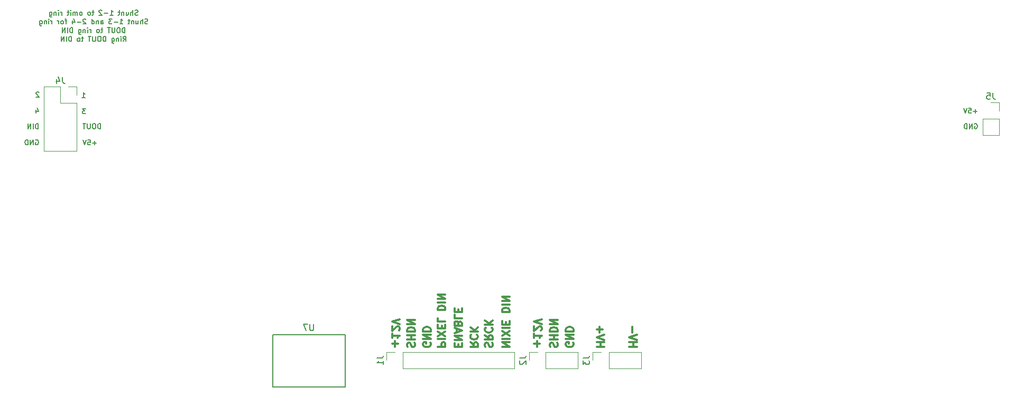
<source format=gbo>
G04 #@! TF.FileFunction,Legend,Bot*
%FSLAX46Y46*%
G04 Gerber Fmt 4.6, Leading zero omitted, Abs format (unit mm)*
G04 Created by KiCad (PCBNEW 4.0.6) date 06/17/17 23:11:27*
%MOMM*%
%LPD*%
G01*
G04 APERTURE LIST*
%ADD10C,0.100000*%
%ADD11C,0.200000*%
%ADD12C,0.300000*%
%ADD13C,0.150000*%
%ADD14C,0.120000*%
%ADD15C,4.100000*%
%ADD16C,2.900000*%
%ADD17C,1.924000*%
%ADD18R,2.100000X2.100000*%
%ADD19O,2.100000X2.100000*%
G04 APERTURE END LIST*
D10*
D11*
X222390476Y-62100000D02*
X222466667Y-62061905D01*
X222580952Y-62061905D01*
X222695238Y-62100000D01*
X222771429Y-62176190D01*
X222809524Y-62252381D01*
X222847619Y-62404762D01*
X222847619Y-62519048D01*
X222809524Y-62671429D01*
X222771429Y-62747619D01*
X222695238Y-62823810D01*
X222580952Y-62861905D01*
X222504762Y-62861905D01*
X222390476Y-62823810D01*
X222352381Y-62785714D01*
X222352381Y-62519048D01*
X222504762Y-62519048D01*
X222009524Y-62861905D02*
X222009524Y-62061905D01*
X221552381Y-62861905D01*
X221552381Y-62061905D01*
X221171429Y-62861905D02*
X221171429Y-62061905D01*
X220980953Y-62061905D01*
X220866667Y-62100000D01*
X220790476Y-62176190D01*
X220752381Y-62252381D01*
X220714286Y-62404762D01*
X220714286Y-62519048D01*
X220752381Y-62671429D01*
X220790476Y-62747619D01*
X220866667Y-62823810D01*
X220980953Y-62861905D01*
X221171429Y-62861905D01*
X222809524Y-60057143D02*
X222200000Y-60057143D01*
X222504762Y-60361905D02*
X222504762Y-59752381D01*
X221438095Y-59561905D02*
X221819048Y-59561905D01*
X221857143Y-59942857D01*
X221819048Y-59904762D01*
X221742857Y-59866667D01*
X221552381Y-59866667D01*
X221476191Y-59904762D01*
X221438095Y-59942857D01*
X221400000Y-60019048D01*
X221400000Y-60209524D01*
X221438095Y-60285714D01*
X221476191Y-60323810D01*
X221552381Y-60361905D01*
X221742857Y-60361905D01*
X221819048Y-60323810D01*
X221857143Y-60285714D01*
X221171429Y-59561905D02*
X220904762Y-60361905D01*
X220638095Y-59561905D01*
X88385716Y-44623810D02*
X88271430Y-44661905D01*
X88080954Y-44661905D01*
X88004764Y-44623810D01*
X87966668Y-44585714D01*
X87928573Y-44509524D01*
X87928573Y-44433333D01*
X87966668Y-44357143D01*
X88004764Y-44319048D01*
X88080954Y-44280952D01*
X88233335Y-44242857D01*
X88309526Y-44204762D01*
X88347621Y-44166667D01*
X88385716Y-44090476D01*
X88385716Y-44014286D01*
X88347621Y-43938095D01*
X88309526Y-43900000D01*
X88233335Y-43861905D01*
X88042859Y-43861905D01*
X87928573Y-43900000D01*
X87585716Y-44661905D02*
X87585716Y-43861905D01*
X87242859Y-44661905D02*
X87242859Y-44242857D01*
X87280954Y-44166667D01*
X87357144Y-44128571D01*
X87471430Y-44128571D01*
X87547621Y-44166667D01*
X87585716Y-44204762D01*
X86519049Y-44128571D02*
X86519049Y-44661905D01*
X86861906Y-44128571D02*
X86861906Y-44547619D01*
X86823811Y-44623810D01*
X86747620Y-44661905D01*
X86633334Y-44661905D01*
X86557144Y-44623810D01*
X86519049Y-44585714D01*
X86138096Y-44128571D02*
X86138096Y-44661905D01*
X86138096Y-44204762D02*
X86100001Y-44166667D01*
X86023810Y-44128571D01*
X85909524Y-44128571D01*
X85833334Y-44166667D01*
X85795239Y-44242857D01*
X85795239Y-44661905D01*
X85528572Y-44128571D02*
X85223810Y-44128571D01*
X85414286Y-43861905D02*
X85414286Y-44547619D01*
X85376191Y-44623810D01*
X85300000Y-44661905D01*
X85223810Y-44661905D01*
X83928571Y-44661905D02*
X84385714Y-44661905D01*
X84157143Y-44661905D02*
X84157143Y-43861905D01*
X84233333Y-43976190D01*
X84309524Y-44052381D01*
X84385714Y-44090476D01*
X83585714Y-44357143D02*
X82976190Y-44357143D01*
X82633333Y-43938095D02*
X82595238Y-43900000D01*
X82519047Y-43861905D01*
X82328571Y-43861905D01*
X82252381Y-43900000D01*
X82214285Y-43938095D01*
X82176190Y-44014286D01*
X82176190Y-44090476D01*
X82214285Y-44204762D01*
X82671428Y-44661905D01*
X82176190Y-44661905D01*
X81338095Y-44128571D02*
X81033333Y-44128571D01*
X81223809Y-43861905D02*
X81223809Y-44547619D01*
X81185714Y-44623810D01*
X81109523Y-44661905D01*
X81033333Y-44661905D01*
X80652380Y-44661905D02*
X80728571Y-44623810D01*
X80766666Y-44585714D01*
X80804761Y-44509524D01*
X80804761Y-44280952D01*
X80766666Y-44204762D01*
X80728571Y-44166667D01*
X80652380Y-44128571D01*
X80538094Y-44128571D01*
X80461904Y-44166667D01*
X80423809Y-44204762D01*
X80385713Y-44280952D01*
X80385713Y-44509524D01*
X80423809Y-44585714D01*
X80461904Y-44623810D01*
X80538094Y-44661905D01*
X80652380Y-44661905D01*
X79319046Y-44661905D02*
X79395237Y-44623810D01*
X79433332Y-44585714D01*
X79471427Y-44509524D01*
X79471427Y-44280952D01*
X79433332Y-44204762D01*
X79395237Y-44166667D01*
X79319046Y-44128571D01*
X79204760Y-44128571D01*
X79128570Y-44166667D01*
X79090475Y-44204762D01*
X79052379Y-44280952D01*
X79052379Y-44509524D01*
X79090475Y-44585714D01*
X79128570Y-44623810D01*
X79204760Y-44661905D01*
X79319046Y-44661905D01*
X78709522Y-44661905D02*
X78709522Y-44128571D01*
X78709522Y-44204762D02*
X78671427Y-44166667D01*
X78595236Y-44128571D01*
X78480950Y-44128571D01*
X78404760Y-44166667D01*
X78366665Y-44242857D01*
X78366665Y-44661905D01*
X78366665Y-44242857D02*
X78328569Y-44166667D01*
X78252379Y-44128571D01*
X78138093Y-44128571D01*
X78061903Y-44166667D01*
X78023808Y-44242857D01*
X78023808Y-44661905D01*
X77642855Y-44661905D02*
X77642855Y-44128571D01*
X77642855Y-43861905D02*
X77680950Y-43900000D01*
X77642855Y-43938095D01*
X77604760Y-43900000D01*
X77642855Y-43861905D01*
X77642855Y-43938095D01*
X77376189Y-44128571D02*
X77071427Y-44128571D01*
X77261903Y-43861905D02*
X77261903Y-44547619D01*
X77223808Y-44623810D01*
X77147617Y-44661905D01*
X77071427Y-44661905D01*
X76195236Y-44661905D02*
X76195236Y-44128571D01*
X76195236Y-44280952D02*
X76157141Y-44204762D01*
X76119045Y-44166667D01*
X76042855Y-44128571D01*
X75966664Y-44128571D01*
X75699998Y-44661905D02*
X75699998Y-44128571D01*
X75699998Y-43861905D02*
X75738093Y-43900000D01*
X75699998Y-43938095D01*
X75661903Y-43900000D01*
X75699998Y-43861905D01*
X75699998Y-43938095D01*
X75319046Y-44128571D02*
X75319046Y-44661905D01*
X75319046Y-44204762D02*
X75280951Y-44166667D01*
X75204760Y-44128571D01*
X75090474Y-44128571D01*
X75014284Y-44166667D01*
X74976189Y-44242857D01*
X74976189Y-44661905D01*
X74252379Y-44128571D02*
X74252379Y-44776190D01*
X74290474Y-44852381D01*
X74328569Y-44890476D01*
X74404760Y-44928571D01*
X74519045Y-44928571D01*
X74595236Y-44890476D01*
X74252379Y-44623810D02*
X74328569Y-44661905D01*
X74480950Y-44661905D01*
X74557141Y-44623810D01*
X74595236Y-44585714D01*
X74633331Y-44509524D01*
X74633331Y-44280952D01*
X74595236Y-44204762D01*
X74557141Y-44166667D01*
X74480950Y-44128571D01*
X74328569Y-44128571D01*
X74252379Y-44166667D01*
X89966669Y-46023810D02*
X89852383Y-46061905D01*
X89661907Y-46061905D01*
X89585717Y-46023810D01*
X89547621Y-45985714D01*
X89509526Y-45909524D01*
X89509526Y-45833333D01*
X89547621Y-45757143D01*
X89585717Y-45719048D01*
X89661907Y-45680952D01*
X89814288Y-45642857D01*
X89890479Y-45604762D01*
X89928574Y-45566667D01*
X89966669Y-45490476D01*
X89966669Y-45414286D01*
X89928574Y-45338095D01*
X89890479Y-45300000D01*
X89814288Y-45261905D01*
X89623812Y-45261905D01*
X89509526Y-45300000D01*
X89166669Y-46061905D02*
X89166669Y-45261905D01*
X88823812Y-46061905D02*
X88823812Y-45642857D01*
X88861907Y-45566667D01*
X88938097Y-45528571D01*
X89052383Y-45528571D01*
X89128574Y-45566667D01*
X89166669Y-45604762D01*
X88100002Y-45528571D02*
X88100002Y-46061905D01*
X88442859Y-45528571D02*
X88442859Y-45947619D01*
X88404764Y-46023810D01*
X88328573Y-46061905D01*
X88214287Y-46061905D01*
X88138097Y-46023810D01*
X88100002Y-45985714D01*
X87719049Y-45528571D02*
X87719049Y-46061905D01*
X87719049Y-45604762D02*
X87680954Y-45566667D01*
X87604763Y-45528571D01*
X87490477Y-45528571D01*
X87414287Y-45566667D01*
X87376192Y-45642857D01*
X87376192Y-46061905D01*
X87109525Y-45528571D02*
X86804763Y-45528571D01*
X86995239Y-45261905D02*
X86995239Y-45947619D01*
X86957144Y-46023810D01*
X86880953Y-46061905D01*
X86804763Y-46061905D01*
X85509524Y-46061905D02*
X85966667Y-46061905D01*
X85738096Y-46061905D02*
X85738096Y-45261905D01*
X85814286Y-45376190D01*
X85890477Y-45452381D01*
X85966667Y-45490476D01*
X85166667Y-45757143D02*
X84557143Y-45757143D01*
X84252381Y-45261905D02*
X83757143Y-45261905D01*
X84023810Y-45566667D01*
X83909524Y-45566667D01*
X83833334Y-45604762D01*
X83795238Y-45642857D01*
X83757143Y-45719048D01*
X83757143Y-45909524D01*
X83795238Y-45985714D01*
X83833334Y-46023810D01*
X83909524Y-46061905D01*
X84138096Y-46061905D01*
X84214286Y-46023810D01*
X84252381Y-45985714D01*
X82461905Y-46061905D02*
X82461905Y-45642857D01*
X82500000Y-45566667D01*
X82576190Y-45528571D01*
X82728571Y-45528571D01*
X82804762Y-45566667D01*
X82461905Y-46023810D02*
X82538095Y-46061905D01*
X82728571Y-46061905D01*
X82804762Y-46023810D01*
X82842857Y-45947619D01*
X82842857Y-45871429D01*
X82804762Y-45795238D01*
X82728571Y-45757143D01*
X82538095Y-45757143D01*
X82461905Y-45719048D01*
X82080952Y-45528571D02*
X82080952Y-46061905D01*
X82080952Y-45604762D02*
X82042857Y-45566667D01*
X81966666Y-45528571D01*
X81852380Y-45528571D01*
X81776190Y-45566667D01*
X81738095Y-45642857D01*
X81738095Y-46061905D01*
X81014285Y-46061905D02*
X81014285Y-45261905D01*
X81014285Y-46023810D02*
X81090475Y-46061905D01*
X81242856Y-46061905D01*
X81319047Y-46023810D01*
X81357142Y-45985714D01*
X81395237Y-45909524D01*
X81395237Y-45680952D01*
X81357142Y-45604762D01*
X81319047Y-45566667D01*
X81242856Y-45528571D01*
X81090475Y-45528571D01*
X81014285Y-45566667D01*
X80061903Y-45338095D02*
X80023808Y-45300000D01*
X79947617Y-45261905D01*
X79757141Y-45261905D01*
X79680951Y-45300000D01*
X79642855Y-45338095D01*
X79604760Y-45414286D01*
X79604760Y-45490476D01*
X79642855Y-45604762D01*
X80099998Y-46061905D01*
X79604760Y-46061905D01*
X79261903Y-45757143D02*
X78652379Y-45757143D01*
X77928570Y-45528571D02*
X77928570Y-46061905D01*
X78119046Y-45223810D02*
X78309522Y-45795238D01*
X77814284Y-45795238D01*
X77014284Y-45528571D02*
X76709522Y-45528571D01*
X76899998Y-46061905D02*
X76899998Y-45376190D01*
X76861903Y-45300000D01*
X76785712Y-45261905D01*
X76709522Y-45261905D01*
X76328569Y-46061905D02*
X76404760Y-46023810D01*
X76442855Y-45985714D01*
X76480950Y-45909524D01*
X76480950Y-45680952D01*
X76442855Y-45604762D01*
X76404760Y-45566667D01*
X76328569Y-45528571D01*
X76214283Y-45528571D01*
X76138093Y-45566667D01*
X76099998Y-45604762D01*
X76061902Y-45680952D01*
X76061902Y-45909524D01*
X76099998Y-45985714D01*
X76138093Y-46023810D01*
X76214283Y-46061905D01*
X76328569Y-46061905D01*
X75719045Y-46061905D02*
X75719045Y-45528571D01*
X75719045Y-45680952D02*
X75680950Y-45604762D01*
X75642854Y-45566667D01*
X75566664Y-45528571D01*
X75490473Y-45528571D01*
X74614283Y-46061905D02*
X74614283Y-45528571D01*
X74614283Y-45680952D02*
X74576188Y-45604762D01*
X74538092Y-45566667D01*
X74461902Y-45528571D01*
X74385711Y-45528571D01*
X74119045Y-46061905D02*
X74119045Y-45528571D01*
X74119045Y-45261905D02*
X74157140Y-45300000D01*
X74119045Y-45338095D01*
X74080950Y-45300000D01*
X74119045Y-45261905D01*
X74119045Y-45338095D01*
X73738093Y-45528571D02*
X73738093Y-46061905D01*
X73738093Y-45604762D02*
X73699998Y-45566667D01*
X73623807Y-45528571D01*
X73509521Y-45528571D01*
X73433331Y-45566667D01*
X73395236Y-45642857D01*
X73395236Y-46061905D01*
X72671426Y-45528571D02*
X72671426Y-46176190D01*
X72709521Y-46252381D01*
X72747616Y-46290476D01*
X72823807Y-46328571D01*
X72938092Y-46328571D01*
X73014283Y-46290476D01*
X72671426Y-46023810D02*
X72747616Y-46061905D01*
X72899997Y-46061905D01*
X72976188Y-46023810D01*
X73014283Y-45985714D01*
X73052378Y-45909524D01*
X73052378Y-45680952D01*
X73014283Y-45604762D01*
X72976188Y-45566667D01*
X72899997Y-45528571D01*
X72747616Y-45528571D01*
X72671426Y-45566667D01*
X86328572Y-47461905D02*
X86328572Y-46661905D01*
X86138096Y-46661905D01*
X86023810Y-46700000D01*
X85947619Y-46776190D01*
X85909524Y-46852381D01*
X85871429Y-47004762D01*
X85871429Y-47119048D01*
X85909524Y-47271429D01*
X85947619Y-47347619D01*
X86023810Y-47423810D01*
X86138096Y-47461905D01*
X86328572Y-47461905D01*
X85376191Y-46661905D02*
X85223810Y-46661905D01*
X85147619Y-46700000D01*
X85071429Y-46776190D01*
X85033334Y-46928571D01*
X85033334Y-47195238D01*
X85071429Y-47347619D01*
X85147619Y-47423810D01*
X85223810Y-47461905D01*
X85376191Y-47461905D01*
X85452381Y-47423810D01*
X85528572Y-47347619D01*
X85566667Y-47195238D01*
X85566667Y-46928571D01*
X85528572Y-46776190D01*
X85452381Y-46700000D01*
X85376191Y-46661905D01*
X84690477Y-46661905D02*
X84690477Y-47309524D01*
X84652382Y-47385714D01*
X84614286Y-47423810D01*
X84538096Y-47461905D01*
X84385715Y-47461905D01*
X84309524Y-47423810D01*
X84271429Y-47385714D01*
X84233334Y-47309524D01*
X84233334Y-46661905D01*
X83966668Y-46661905D02*
X83509525Y-46661905D01*
X83738096Y-47461905D02*
X83738096Y-46661905D01*
X82747620Y-46928571D02*
X82442858Y-46928571D01*
X82633334Y-46661905D02*
X82633334Y-47347619D01*
X82595239Y-47423810D01*
X82519048Y-47461905D01*
X82442858Y-47461905D01*
X82061905Y-47461905D02*
X82138096Y-47423810D01*
X82176191Y-47385714D01*
X82214286Y-47309524D01*
X82214286Y-47080952D01*
X82176191Y-47004762D01*
X82138096Y-46966667D01*
X82061905Y-46928571D01*
X81947619Y-46928571D01*
X81871429Y-46966667D01*
X81833334Y-47004762D01*
X81795238Y-47080952D01*
X81795238Y-47309524D01*
X81833334Y-47385714D01*
X81871429Y-47423810D01*
X81947619Y-47461905D01*
X82061905Y-47461905D01*
X80842857Y-47461905D02*
X80842857Y-46928571D01*
X80842857Y-47080952D02*
X80804762Y-47004762D01*
X80766666Y-46966667D01*
X80690476Y-46928571D01*
X80614285Y-46928571D01*
X80347619Y-47461905D02*
X80347619Y-46928571D01*
X80347619Y-46661905D02*
X80385714Y-46700000D01*
X80347619Y-46738095D01*
X80309524Y-46700000D01*
X80347619Y-46661905D01*
X80347619Y-46738095D01*
X79966667Y-46928571D02*
X79966667Y-47461905D01*
X79966667Y-47004762D02*
X79928572Y-46966667D01*
X79852381Y-46928571D01*
X79738095Y-46928571D01*
X79661905Y-46966667D01*
X79623810Y-47042857D01*
X79623810Y-47461905D01*
X78900000Y-46928571D02*
X78900000Y-47576190D01*
X78938095Y-47652381D01*
X78976190Y-47690476D01*
X79052381Y-47728571D01*
X79166666Y-47728571D01*
X79242857Y-47690476D01*
X78900000Y-47423810D02*
X78976190Y-47461905D01*
X79128571Y-47461905D01*
X79204762Y-47423810D01*
X79242857Y-47385714D01*
X79280952Y-47309524D01*
X79280952Y-47080952D01*
X79242857Y-47004762D01*
X79204762Y-46966667D01*
X79128571Y-46928571D01*
X78976190Y-46928571D01*
X78900000Y-46966667D01*
X77909523Y-47461905D02*
X77909523Y-46661905D01*
X77719047Y-46661905D01*
X77604761Y-46700000D01*
X77528570Y-46776190D01*
X77490475Y-46852381D01*
X77452380Y-47004762D01*
X77452380Y-47119048D01*
X77490475Y-47271429D01*
X77528570Y-47347619D01*
X77604761Y-47423810D01*
X77719047Y-47461905D01*
X77909523Y-47461905D01*
X77109523Y-47461905D02*
X77109523Y-46661905D01*
X76728571Y-47461905D02*
X76728571Y-46661905D01*
X76271428Y-47461905D01*
X76271428Y-46661905D01*
X86023810Y-48861905D02*
X86290477Y-48480952D01*
X86480953Y-48861905D02*
X86480953Y-48061905D01*
X86176191Y-48061905D01*
X86100000Y-48100000D01*
X86061905Y-48138095D01*
X86023810Y-48214286D01*
X86023810Y-48328571D01*
X86061905Y-48404762D01*
X86100000Y-48442857D01*
X86176191Y-48480952D01*
X86480953Y-48480952D01*
X85680953Y-48861905D02*
X85680953Y-48328571D01*
X85680953Y-48061905D02*
X85719048Y-48100000D01*
X85680953Y-48138095D01*
X85642858Y-48100000D01*
X85680953Y-48061905D01*
X85680953Y-48138095D01*
X85300001Y-48328571D02*
X85300001Y-48861905D01*
X85300001Y-48404762D02*
X85261906Y-48366667D01*
X85185715Y-48328571D01*
X85071429Y-48328571D01*
X84995239Y-48366667D01*
X84957144Y-48442857D01*
X84957144Y-48861905D01*
X84233334Y-48328571D02*
X84233334Y-48976190D01*
X84271429Y-49052381D01*
X84309524Y-49090476D01*
X84385715Y-49128571D01*
X84500000Y-49128571D01*
X84576191Y-49090476D01*
X84233334Y-48823810D02*
X84309524Y-48861905D01*
X84461905Y-48861905D01*
X84538096Y-48823810D01*
X84576191Y-48785714D01*
X84614286Y-48709524D01*
X84614286Y-48480952D01*
X84576191Y-48404762D01*
X84538096Y-48366667D01*
X84461905Y-48328571D01*
X84309524Y-48328571D01*
X84233334Y-48366667D01*
X83242857Y-48861905D02*
X83242857Y-48061905D01*
X83052381Y-48061905D01*
X82938095Y-48100000D01*
X82861904Y-48176190D01*
X82823809Y-48252381D01*
X82785714Y-48404762D01*
X82785714Y-48519048D01*
X82823809Y-48671429D01*
X82861904Y-48747619D01*
X82938095Y-48823810D01*
X83052381Y-48861905D01*
X83242857Y-48861905D01*
X82290476Y-48061905D02*
X82138095Y-48061905D01*
X82061904Y-48100000D01*
X81985714Y-48176190D01*
X81947619Y-48328571D01*
X81947619Y-48595238D01*
X81985714Y-48747619D01*
X82061904Y-48823810D01*
X82138095Y-48861905D01*
X82290476Y-48861905D01*
X82366666Y-48823810D01*
X82442857Y-48747619D01*
X82480952Y-48595238D01*
X82480952Y-48328571D01*
X82442857Y-48176190D01*
X82366666Y-48100000D01*
X82290476Y-48061905D01*
X81604762Y-48061905D02*
X81604762Y-48709524D01*
X81566667Y-48785714D01*
X81528571Y-48823810D01*
X81452381Y-48861905D01*
X81300000Y-48861905D01*
X81223809Y-48823810D01*
X81185714Y-48785714D01*
X81147619Y-48709524D01*
X81147619Y-48061905D01*
X80880953Y-48061905D02*
X80423810Y-48061905D01*
X80652381Y-48861905D02*
X80652381Y-48061905D01*
X79661905Y-48328571D02*
X79357143Y-48328571D01*
X79547619Y-48061905D02*
X79547619Y-48747619D01*
X79509524Y-48823810D01*
X79433333Y-48861905D01*
X79357143Y-48861905D01*
X78976190Y-48861905D02*
X79052381Y-48823810D01*
X79090476Y-48785714D01*
X79128571Y-48709524D01*
X79128571Y-48480952D01*
X79090476Y-48404762D01*
X79052381Y-48366667D01*
X78976190Y-48328571D01*
X78861904Y-48328571D01*
X78785714Y-48366667D01*
X78747619Y-48404762D01*
X78709523Y-48480952D01*
X78709523Y-48709524D01*
X78747619Y-48785714D01*
X78785714Y-48823810D01*
X78861904Y-48861905D01*
X78976190Y-48861905D01*
X77757142Y-48861905D02*
X77757142Y-48061905D01*
X77566666Y-48061905D01*
X77452380Y-48100000D01*
X77376189Y-48176190D01*
X77338094Y-48252381D01*
X77299999Y-48404762D01*
X77299999Y-48519048D01*
X77338094Y-48671429D01*
X77376189Y-48747619D01*
X77452380Y-48823810D01*
X77566666Y-48861905D01*
X77757142Y-48861905D01*
X76957142Y-48861905D02*
X76957142Y-48061905D01*
X76576190Y-48861905D02*
X76576190Y-48061905D01*
X76119047Y-48861905D01*
X76119047Y-48061905D01*
X72066667Y-59828571D02*
X72066667Y-60361905D01*
X72257143Y-59523810D02*
X72447619Y-60095238D01*
X71952381Y-60095238D01*
X72547619Y-57038095D02*
X72509524Y-57000000D01*
X72433333Y-56961905D01*
X72242857Y-56961905D01*
X72166667Y-57000000D01*
X72128571Y-57038095D01*
X72090476Y-57114286D01*
X72090476Y-57190476D01*
X72128571Y-57304762D01*
X72585714Y-57761905D01*
X72090476Y-57761905D01*
X80047619Y-59661905D02*
X79552381Y-59661905D01*
X79819048Y-59966667D01*
X79704762Y-59966667D01*
X79628572Y-60004762D01*
X79590476Y-60042857D01*
X79552381Y-60119048D01*
X79552381Y-60309524D01*
X79590476Y-60385714D01*
X79628572Y-60423810D01*
X79704762Y-60461905D01*
X79933334Y-60461905D01*
X80009524Y-60423810D01*
X80047619Y-60385714D01*
X79452381Y-57861905D02*
X79909524Y-57861905D01*
X79680953Y-57861905D02*
X79680953Y-57061905D01*
X79757143Y-57176190D01*
X79833334Y-57252381D01*
X79909524Y-57290476D01*
X72409524Y-62861905D02*
X72409524Y-62061905D01*
X72219048Y-62061905D01*
X72104762Y-62100000D01*
X72028571Y-62176190D01*
X71990476Y-62252381D01*
X71952381Y-62404762D01*
X71952381Y-62519048D01*
X71990476Y-62671429D01*
X72028571Y-62747619D01*
X72104762Y-62823810D01*
X72219048Y-62861905D01*
X72409524Y-62861905D01*
X71609524Y-62861905D02*
X71609524Y-62061905D01*
X71228572Y-62861905D02*
X71228572Y-62061905D01*
X70771429Y-62861905D01*
X70771429Y-62061905D01*
X71990476Y-64700000D02*
X72066667Y-64661905D01*
X72180952Y-64661905D01*
X72295238Y-64700000D01*
X72371429Y-64776190D01*
X72409524Y-64852381D01*
X72447619Y-65004762D01*
X72447619Y-65119048D01*
X72409524Y-65271429D01*
X72371429Y-65347619D01*
X72295238Y-65423810D01*
X72180952Y-65461905D01*
X72104762Y-65461905D01*
X71990476Y-65423810D01*
X71952381Y-65385714D01*
X71952381Y-65119048D01*
X72104762Y-65119048D01*
X71609524Y-65461905D02*
X71609524Y-64661905D01*
X71152381Y-65461905D01*
X71152381Y-64661905D01*
X70771429Y-65461905D02*
X70771429Y-64661905D01*
X70580953Y-64661905D01*
X70466667Y-64700000D01*
X70390476Y-64776190D01*
X70352381Y-64852381D01*
X70314286Y-65004762D01*
X70314286Y-65119048D01*
X70352381Y-65271429D01*
X70390476Y-65347619D01*
X70466667Y-65423810D01*
X70580953Y-65461905D01*
X70771429Y-65461905D01*
X82395238Y-62861905D02*
X82395238Y-62061905D01*
X82204762Y-62061905D01*
X82090476Y-62100000D01*
X82014285Y-62176190D01*
X81976190Y-62252381D01*
X81938095Y-62404762D01*
X81938095Y-62519048D01*
X81976190Y-62671429D01*
X82014285Y-62747619D01*
X82090476Y-62823810D01*
X82204762Y-62861905D01*
X82395238Y-62861905D01*
X81442857Y-62061905D02*
X81290476Y-62061905D01*
X81214285Y-62100000D01*
X81138095Y-62176190D01*
X81100000Y-62328571D01*
X81100000Y-62595238D01*
X81138095Y-62747619D01*
X81214285Y-62823810D01*
X81290476Y-62861905D01*
X81442857Y-62861905D01*
X81519047Y-62823810D01*
X81595238Y-62747619D01*
X81633333Y-62595238D01*
X81633333Y-62328571D01*
X81595238Y-62176190D01*
X81519047Y-62100000D01*
X81442857Y-62061905D01*
X80757143Y-62061905D02*
X80757143Y-62709524D01*
X80719048Y-62785714D01*
X80680952Y-62823810D01*
X80604762Y-62861905D01*
X80452381Y-62861905D01*
X80376190Y-62823810D01*
X80338095Y-62785714D01*
X80300000Y-62709524D01*
X80300000Y-62061905D01*
X80033334Y-62061905D02*
X79576191Y-62061905D01*
X79804762Y-62861905D02*
X79804762Y-62061905D01*
X81747619Y-65157143D02*
X81138095Y-65157143D01*
X81442857Y-65461905D02*
X81442857Y-64852381D01*
X80376190Y-64661905D02*
X80757143Y-64661905D01*
X80795238Y-65042857D01*
X80757143Y-65004762D01*
X80680952Y-64966667D01*
X80490476Y-64966667D01*
X80414286Y-65004762D01*
X80376190Y-65042857D01*
X80338095Y-65119048D01*
X80338095Y-65309524D01*
X80376190Y-65385714D01*
X80414286Y-65423810D01*
X80490476Y-65461905D01*
X80680952Y-65461905D01*
X80757143Y-65423810D01*
X80795238Y-65385714D01*
X80109524Y-64661905D02*
X79842857Y-65461905D01*
X79576190Y-64661905D01*
D12*
X167097143Y-97808786D02*
X168297143Y-97808786D01*
X167725714Y-97808786D02*
X167725714Y-97123071D01*
X167097143Y-97123071D02*
X168297143Y-97123071D01*
X168297143Y-96723071D02*
X167097143Y-96323071D01*
X168297143Y-95923071D01*
X167554286Y-95523072D02*
X167554286Y-94608786D01*
X161890143Y-97808786D02*
X163090143Y-97808786D01*
X162518714Y-97808786D02*
X162518714Y-97123071D01*
X161890143Y-97123071D02*
X163090143Y-97123071D01*
X163090143Y-96723071D02*
X161890143Y-96323071D01*
X163090143Y-95923071D01*
X162347286Y-95523072D02*
X162347286Y-94608786D01*
X161890143Y-95065929D02*
X162804429Y-95065929D01*
X158080000Y-97180213D02*
X158137143Y-97294499D01*
X158137143Y-97465928D01*
X158080000Y-97637356D01*
X157965714Y-97751642D01*
X157851429Y-97808785D01*
X157622857Y-97865928D01*
X157451429Y-97865928D01*
X157222857Y-97808785D01*
X157108571Y-97751642D01*
X156994286Y-97637356D01*
X156937143Y-97465928D01*
X156937143Y-97351642D01*
X156994286Y-97180213D01*
X157051429Y-97123070D01*
X157451429Y-97123070D01*
X157451429Y-97351642D01*
X156937143Y-96608785D02*
X158137143Y-96608785D01*
X156937143Y-95923070D01*
X158137143Y-95923070D01*
X156937143Y-95351642D02*
X158137143Y-95351642D01*
X158137143Y-95065927D01*
X158080000Y-94894499D01*
X157965714Y-94780213D01*
X157851429Y-94723070D01*
X157622857Y-94665927D01*
X157451429Y-94665927D01*
X157222857Y-94723070D01*
X157108571Y-94780213D01*
X156994286Y-94894499D01*
X156937143Y-95065927D01*
X156937143Y-95351642D01*
X154454286Y-97865928D02*
X154397143Y-97694499D01*
X154397143Y-97408785D01*
X154454286Y-97294499D01*
X154511429Y-97237356D01*
X154625714Y-97180213D01*
X154740000Y-97180213D01*
X154854286Y-97237356D01*
X154911429Y-97294499D01*
X154968571Y-97408785D01*
X155025714Y-97637356D01*
X155082857Y-97751642D01*
X155140000Y-97808785D01*
X155254286Y-97865928D01*
X155368571Y-97865928D01*
X155482857Y-97808785D01*
X155540000Y-97751642D01*
X155597143Y-97637356D01*
X155597143Y-97351642D01*
X155540000Y-97180213D01*
X154397143Y-96665928D02*
X155597143Y-96665928D01*
X155025714Y-96665928D02*
X155025714Y-95980213D01*
X154397143Y-95980213D02*
X155597143Y-95980213D01*
X154397143Y-95408785D02*
X155597143Y-95408785D01*
X155597143Y-95123070D01*
X155540000Y-94951642D01*
X155425714Y-94837356D01*
X155311429Y-94780213D01*
X155082857Y-94723070D01*
X154911429Y-94723070D01*
X154682857Y-94780213D01*
X154568571Y-94837356D01*
X154454286Y-94951642D01*
X154397143Y-95123070D01*
X154397143Y-95408785D01*
X154397143Y-94208785D02*
X155597143Y-94208785D01*
X154397143Y-93523070D01*
X155597143Y-93523070D01*
X152314286Y-97808785D02*
X152314286Y-96894499D01*
X151857143Y-97351642D02*
X152771429Y-97351642D01*
X151857143Y-95694499D02*
X151857143Y-96380214D01*
X151857143Y-96037356D02*
X153057143Y-96037356D01*
X152885714Y-96151642D01*
X152771429Y-96265928D01*
X152714286Y-96380214D01*
X152942857Y-95237357D02*
X153000000Y-95180214D01*
X153057143Y-95065928D01*
X153057143Y-94780214D01*
X153000000Y-94665928D01*
X152942857Y-94608785D01*
X152828571Y-94551642D01*
X152714286Y-94551642D01*
X152542857Y-94608785D01*
X151857143Y-95294499D01*
X151857143Y-94551642D01*
X153057143Y-94208785D02*
X151857143Y-93808785D01*
X153057143Y-93408785D01*
X146713643Y-97808786D02*
X147913643Y-97808786D01*
X146713643Y-97123071D01*
X147913643Y-97123071D01*
X146713643Y-96551643D02*
X147913643Y-96551643D01*
X147913643Y-96094499D02*
X146713643Y-95294499D01*
X147913643Y-95294499D02*
X146713643Y-96094499D01*
X146713643Y-94837357D02*
X147913643Y-94837357D01*
X147342214Y-94265928D02*
X147342214Y-93865928D01*
X146713643Y-93694499D02*
X146713643Y-94265928D01*
X147913643Y-94265928D01*
X147913643Y-93694499D01*
X146713643Y-92265928D02*
X147913643Y-92265928D01*
X147913643Y-91980213D01*
X147856500Y-91808785D01*
X147742214Y-91694499D01*
X147627929Y-91637356D01*
X147399357Y-91580213D01*
X147227929Y-91580213D01*
X146999357Y-91637356D01*
X146885071Y-91694499D01*
X146770786Y-91808785D01*
X146713643Y-91980213D01*
X146713643Y-92265928D01*
X146713643Y-91065928D02*
X147913643Y-91065928D01*
X146713643Y-90494499D02*
X147913643Y-90494499D01*
X146713643Y-89808784D01*
X147913643Y-89808784D01*
X144040286Y-97865929D02*
X143983143Y-97694500D01*
X143983143Y-97408786D01*
X144040286Y-97294500D01*
X144097429Y-97237357D01*
X144211714Y-97180214D01*
X144326000Y-97180214D01*
X144440286Y-97237357D01*
X144497429Y-97294500D01*
X144554571Y-97408786D01*
X144611714Y-97637357D01*
X144668857Y-97751643D01*
X144726000Y-97808786D01*
X144840286Y-97865929D01*
X144954571Y-97865929D01*
X145068857Y-97808786D01*
X145126000Y-97751643D01*
X145183143Y-97637357D01*
X145183143Y-97351643D01*
X145126000Y-97180214D01*
X143983143Y-95980214D02*
X144554571Y-96380214D01*
X143983143Y-96665929D02*
X145183143Y-96665929D01*
X145183143Y-96208786D01*
X145126000Y-96094500D01*
X145068857Y-96037357D01*
X144954571Y-95980214D01*
X144783143Y-95980214D01*
X144668857Y-96037357D01*
X144611714Y-96094500D01*
X144554571Y-96208786D01*
X144554571Y-96665929D01*
X144097429Y-94780214D02*
X144040286Y-94837357D01*
X143983143Y-95008786D01*
X143983143Y-95123072D01*
X144040286Y-95294500D01*
X144154571Y-95408786D01*
X144268857Y-95465929D01*
X144497429Y-95523072D01*
X144668857Y-95523072D01*
X144897429Y-95465929D01*
X145011714Y-95408786D01*
X145126000Y-95294500D01*
X145183143Y-95123072D01*
X145183143Y-95008786D01*
X145126000Y-94837357D01*
X145068857Y-94780214D01*
X143983143Y-94265929D02*
X145183143Y-94265929D01*
X143983143Y-93580214D02*
X144668857Y-94094500D01*
X145183143Y-93580214D02*
X144497429Y-94265929D01*
X141633643Y-97123071D02*
X142205071Y-97523071D01*
X141633643Y-97808786D02*
X142833643Y-97808786D01*
X142833643Y-97351643D01*
X142776500Y-97237357D01*
X142719357Y-97180214D01*
X142605071Y-97123071D01*
X142433643Y-97123071D01*
X142319357Y-97180214D01*
X142262214Y-97237357D01*
X142205071Y-97351643D01*
X142205071Y-97808786D01*
X141747929Y-95923071D02*
X141690786Y-95980214D01*
X141633643Y-96151643D01*
X141633643Y-96265929D01*
X141690786Y-96437357D01*
X141805071Y-96551643D01*
X141919357Y-96608786D01*
X142147929Y-96665929D01*
X142319357Y-96665929D01*
X142547929Y-96608786D01*
X142662214Y-96551643D01*
X142776500Y-96437357D01*
X142833643Y-96265929D01*
X142833643Y-96151643D01*
X142776500Y-95980214D01*
X142719357Y-95923071D01*
X141633643Y-95408786D02*
X142833643Y-95408786D01*
X141633643Y-94723071D02*
X142319357Y-95237357D01*
X142833643Y-94723071D02*
X142147929Y-95408786D01*
X139722214Y-97808786D02*
X139722214Y-97408786D01*
X139093643Y-97237357D02*
X139093643Y-97808786D01*
X140293643Y-97808786D01*
X140293643Y-97237357D01*
X139093643Y-96723072D02*
X140293643Y-96723072D01*
X139093643Y-96037357D01*
X140293643Y-96037357D01*
X139436500Y-95523072D02*
X139436500Y-94951643D01*
X139093643Y-95637357D02*
X140293643Y-95237357D01*
X139093643Y-94837357D01*
X139722214Y-94037358D02*
X139665071Y-93865929D01*
X139607929Y-93808786D01*
X139493643Y-93751643D01*
X139322214Y-93751643D01*
X139207929Y-93808786D01*
X139150786Y-93865929D01*
X139093643Y-93980215D01*
X139093643Y-94437358D01*
X140293643Y-94437358D01*
X140293643Y-94037358D01*
X140236500Y-93923072D01*
X140179357Y-93865929D01*
X140065071Y-93808786D01*
X139950786Y-93808786D01*
X139836500Y-93865929D01*
X139779357Y-93923072D01*
X139722214Y-94037358D01*
X139722214Y-94437358D01*
X139093643Y-92665929D02*
X139093643Y-93237358D01*
X140293643Y-93237358D01*
X139722214Y-92265929D02*
X139722214Y-91865929D01*
X139093643Y-91694500D02*
X139093643Y-92265929D01*
X140293643Y-92265929D01*
X140293643Y-91694500D01*
X136426643Y-97808786D02*
X137626643Y-97808786D01*
X137626643Y-97351643D01*
X137569500Y-97237357D01*
X137512357Y-97180214D01*
X137398071Y-97123071D01*
X137226643Y-97123071D01*
X137112357Y-97180214D01*
X137055214Y-97237357D01*
X136998071Y-97351643D01*
X136998071Y-97808786D01*
X136426643Y-96608786D02*
X137626643Y-96608786D01*
X137626643Y-96151642D02*
X136426643Y-95351642D01*
X137626643Y-95351642D02*
X136426643Y-96151642D01*
X137055214Y-94894500D02*
X137055214Y-94494500D01*
X136426643Y-94323071D02*
X136426643Y-94894500D01*
X137626643Y-94894500D01*
X137626643Y-94323071D01*
X136426643Y-93237357D02*
X136426643Y-93808786D01*
X137626643Y-93808786D01*
X136426643Y-91923071D02*
X137626643Y-91923071D01*
X137626643Y-91637356D01*
X137569500Y-91465928D01*
X137455214Y-91351642D01*
X137340929Y-91294499D01*
X137112357Y-91237356D01*
X136940929Y-91237356D01*
X136712357Y-91294499D01*
X136598071Y-91351642D01*
X136483786Y-91465928D01*
X136426643Y-91637356D01*
X136426643Y-91923071D01*
X136426643Y-90723071D02*
X137626643Y-90723071D01*
X136426643Y-90151642D02*
X137626643Y-90151642D01*
X136426643Y-89465927D01*
X137626643Y-89465927D01*
X135220000Y-97180214D02*
X135277143Y-97294500D01*
X135277143Y-97465929D01*
X135220000Y-97637357D01*
X135105714Y-97751643D01*
X134991429Y-97808786D01*
X134762857Y-97865929D01*
X134591429Y-97865929D01*
X134362857Y-97808786D01*
X134248571Y-97751643D01*
X134134286Y-97637357D01*
X134077143Y-97465929D01*
X134077143Y-97351643D01*
X134134286Y-97180214D01*
X134191429Y-97123071D01*
X134591429Y-97123071D01*
X134591429Y-97351643D01*
X134077143Y-96608786D02*
X135277143Y-96608786D01*
X134077143Y-95923071D01*
X135277143Y-95923071D01*
X134077143Y-95351643D02*
X135277143Y-95351643D01*
X135277143Y-95065928D01*
X135220000Y-94894500D01*
X135105714Y-94780214D01*
X134991429Y-94723071D01*
X134762857Y-94665928D01*
X134591429Y-94665928D01*
X134362857Y-94723071D01*
X134248571Y-94780214D01*
X134134286Y-94894500D01*
X134077143Y-95065928D01*
X134077143Y-95351643D01*
X131594286Y-97865929D02*
X131537143Y-97694500D01*
X131537143Y-97408786D01*
X131594286Y-97294500D01*
X131651429Y-97237357D01*
X131765714Y-97180214D01*
X131880000Y-97180214D01*
X131994286Y-97237357D01*
X132051429Y-97294500D01*
X132108571Y-97408786D01*
X132165714Y-97637357D01*
X132222857Y-97751643D01*
X132280000Y-97808786D01*
X132394286Y-97865929D01*
X132508571Y-97865929D01*
X132622857Y-97808786D01*
X132680000Y-97751643D01*
X132737143Y-97637357D01*
X132737143Y-97351643D01*
X132680000Y-97180214D01*
X131537143Y-96665929D02*
X132737143Y-96665929D01*
X132165714Y-96665929D02*
X132165714Y-95980214D01*
X131537143Y-95980214D02*
X132737143Y-95980214D01*
X131537143Y-95408786D02*
X132737143Y-95408786D01*
X132737143Y-95123071D01*
X132680000Y-94951643D01*
X132565714Y-94837357D01*
X132451429Y-94780214D01*
X132222857Y-94723071D01*
X132051429Y-94723071D01*
X131822857Y-94780214D01*
X131708571Y-94837357D01*
X131594286Y-94951643D01*
X131537143Y-95123071D01*
X131537143Y-95408786D01*
X131537143Y-94208786D02*
X132737143Y-94208786D01*
X131537143Y-93523071D01*
X132737143Y-93523071D01*
X129581286Y-97808786D02*
X129581286Y-96894500D01*
X129124143Y-97351643D02*
X130038429Y-97351643D01*
X129124143Y-95694500D02*
X129124143Y-96380215D01*
X129124143Y-96037357D02*
X130324143Y-96037357D01*
X130152714Y-96151643D01*
X130038429Y-96265929D01*
X129981286Y-96380215D01*
X130209857Y-95237358D02*
X130267000Y-95180215D01*
X130324143Y-95065929D01*
X130324143Y-94780215D01*
X130267000Y-94665929D01*
X130209857Y-94608786D01*
X130095571Y-94551643D01*
X129981286Y-94551643D01*
X129809857Y-94608786D01*
X129124143Y-95294500D01*
X129124143Y-94551643D01*
X130324143Y-94208786D02*
X129124143Y-93808786D01*
X130324143Y-93408786D01*
D13*
X121600000Y-104300000D02*
X110000000Y-104300000D01*
X121600000Y-95900000D02*
X121600000Y-104300000D01*
X110000000Y-95900000D02*
X121600000Y-95900000D01*
X110000000Y-104300000D02*
X110000000Y-95900000D01*
D14*
X130810000Y-98670000D02*
X148650000Y-98670000D01*
X148650000Y-98670000D02*
X148650000Y-101330000D01*
X148650000Y-101330000D02*
X130810000Y-101330000D01*
X130810000Y-101330000D02*
X130810000Y-98670000D01*
X129540000Y-98670000D02*
X128210000Y-98670000D01*
X128210000Y-98670000D02*
X128210000Y-100000000D01*
X153670000Y-98662000D02*
X158810000Y-98662000D01*
X158810000Y-98662000D02*
X158810000Y-101322000D01*
X158810000Y-101322000D02*
X153670000Y-101322000D01*
X153670000Y-101322000D02*
X153670000Y-98662000D01*
X152400000Y-98662000D02*
X151070000Y-98662000D01*
X151070000Y-98662000D02*
X151070000Y-99992000D01*
X163830000Y-98662000D02*
X168970000Y-98662000D01*
X168970000Y-98662000D02*
X168970000Y-101322000D01*
X168970000Y-101322000D02*
X163830000Y-101322000D01*
X163830000Y-101322000D02*
X163830000Y-98662000D01*
X162560000Y-98662000D02*
X161230000Y-98662000D01*
X161230000Y-98662000D02*
X161230000Y-99992000D01*
X78570000Y-58730000D02*
X78570000Y-66410000D01*
X78570000Y-66410000D02*
X73370000Y-66410000D01*
X73370000Y-66410000D02*
X73370000Y-56130000D01*
X73370000Y-56130000D02*
X75970000Y-56130000D01*
X75970000Y-56130000D02*
X75970000Y-58730000D01*
X75970000Y-58730000D02*
X78570000Y-58730000D01*
X78570000Y-57460000D02*
X78570000Y-56130000D01*
X78570000Y-56130000D02*
X77240000Y-56130000D01*
X226330000Y-61270000D02*
X226330000Y-63870000D01*
X226330000Y-63870000D02*
X223670000Y-63870000D01*
X223670000Y-63870000D02*
X223670000Y-61270000D01*
X223670000Y-61270000D02*
X226330000Y-61270000D01*
X226330000Y-60000000D02*
X226330000Y-58670000D01*
X226330000Y-58670000D02*
X225000000Y-58670000D01*
D13*
X116513405Y-94230881D02*
X116513405Y-95040405D01*
X116465786Y-95135643D01*
X116418167Y-95183262D01*
X116322929Y-95230881D01*
X116132452Y-95230881D01*
X116037214Y-95183262D01*
X115989595Y-95135643D01*
X115941976Y-95040405D01*
X115941976Y-94230881D01*
X115561024Y-94230881D02*
X114894357Y-94230881D01*
X115322929Y-95230881D01*
X126662381Y-99666667D02*
X127376667Y-99666667D01*
X127519524Y-99619047D01*
X127614762Y-99523809D01*
X127662381Y-99380952D01*
X127662381Y-99285714D01*
X127662381Y-100666667D02*
X127662381Y-100095238D01*
X127662381Y-100380952D02*
X126662381Y-100380952D01*
X126805238Y-100285714D01*
X126900476Y-100190476D01*
X126948095Y-100095238D01*
X149522381Y-99658667D02*
X150236667Y-99658667D01*
X150379524Y-99611047D01*
X150474762Y-99515809D01*
X150522381Y-99372952D01*
X150522381Y-99277714D01*
X149617619Y-100087238D02*
X149570000Y-100134857D01*
X149522381Y-100230095D01*
X149522381Y-100468191D01*
X149570000Y-100563429D01*
X149617619Y-100611048D01*
X149712857Y-100658667D01*
X149808095Y-100658667D01*
X149950952Y-100611048D01*
X150522381Y-100039619D01*
X150522381Y-100658667D01*
X159682381Y-99658667D02*
X160396667Y-99658667D01*
X160539524Y-99611047D01*
X160634762Y-99515809D01*
X160682381Y-99372952D01*
X160682381Y-99277714D01*
X159682381Y-100039619D02*
X159682381Y-100658667D01*
X160063333Y-100325333D01*
X160063333Y-100468191D01*
X160110952Y-100563429D01*
X160158571Y-100611048D01*
X160253810Y-100658667D01*
X160491905Y-100658667D01*
X160587143Y-100611048D01*
X160634762Y-100563429D01*
X160682381Y-100468191D01*
X160682381Y-100182476D01*
X160634762Y-100087238D01*
X160587143Y-100039619D01*
X76303333Y-54582381D02*
X76303333Y-55296667D01*
X76350953Y-55439524D01*
X76446191Y-55534762D01*
X76589048Y-55582381D01*
X76684286Y-55582381D01*
X75398571Y-54915714D02*
X75398571Y-55582381D01*
X75636667Y-54534762D02*
X75874762Y-55249048D01*
X75255714Y-55249048D01*
X225333333Y-57122381D02*
X225333333Y-57836667D01*
X225380953Y-57979524D01*
X225476191Y-58074762D01*
X225619048Y-58122381D01*
X225714286Y-58122381D01*
X224380952Y-57122381D02*
X224857143Y-57122381D01*
X224904762Y-57598571D01*
X224857143Y-57550952D01*
X224761905Y-57503333D01*
X224523809Y-57503333D01*
X224428571Y-57550952D01*
X224380952Y-57598571D01*
X224333333Y-57693810D01*
X224333333Y-57931905D01*
X224380952Y-58027143D01*
X224428571Y-58074762D01*
X224523809Y-58122381D01*
X224761905Y-58122381D01*
X224857143Y-58074762D01*
X224904762Y-58027143D01*
%LPC*%
D15*
X200000000Y-100000000D03*
X100000000Y-100000000D03*
X100000000Y-45000000D03*
D16*
X213786000Y-67762000D03*
X215588000Y-64318000D03*
X215588000Y-60000000D03*
X215588000Y-55682000D03*
X213786000Y-52238000D03*
X210000000Y-51364000D03*
X206214000Y-52238000D03*
X204412000Y-55682000D03*
X204412000Y-60000000D03*
X204412000Y-64318000D03*
X206214000Y-67762000D03*
X210000000Y-68636000D03*
X211200000Y-65197000D03*
X211200000Y-54803000D03*
X143786000Y-67762000D03*
X145588000Y-64318000D03*
X145588000Y-60000000D03*
X145588000Y-55682000D03*
X143786000Y-52238000D03*
X140000000Y-51364000D03*
X136214000Y-52238000D03*
X134412000Y-55682000D03*
X134412000Y-60000000D03*
X134412000Y-64318000D03*
X136214000Y-67762000D03*
X140000000Y-68636000D03*
X141200000Y-65197000D03*
X141200000Y-54803000D03*
X93786000Y-67762000D03*
X95588000Y-64318000D03*
X95588000Y-60000000D03*
X95588000Y-55682000D03*
X93786000Y-52238000D03*
X90000000Y-51364000D03*
X86214000Y-52238000D03*
X84412000Y-55682000D03*
X84412000Y-60000000D03*
X84412000Y-64318000D03*
X86214000Y-67762000D03*
X90000000Y-68636000D03*
X91200000Y-65197000D03*
X91200000Y-54803000D03*
X113786000Y-67762000D03*
X115588000Y-64318000D03*
X115588000Y-60000000D03*
X115588000Y-55682000D03*
X113786000Y-52238000D03*
X110000000Y-51364000D03*
X106214000Y-52238000D03*
X104412000Y-55682000D03*
X104412000Y-60000000D03*
X104412000Y-64318000D03*
X106214000Y-67762000D03*
X110000000Y-68636000D03*
X111200000Y-65197000D03*
X111200000Y-54803000D03*
X163786000Y-67762000D03*
X165588000Y-64318000D03*
X165588000Y-60000000D03*
X165588000Y-55682000D03*
X163786000Y-52238000D03*
X160000000Y-51364000D03*
X156214000Y-52238000D03*
X154412000Y-55682000D03*
X154412000Y-60000000D03*
X154412000Y-64318000D03*
X156214000Y-67762000D03*
X160000000Y-68636000D03*
X161200000Y-65197000D03*
X161200000Y-54803000D03*
X193786000Y-67762000D03*
X195588000Y-64318000D03*
X195588000Y-60000000D03*
X195588000Y-55682000D03*
X193786000Y-52238000D03*
X190000000Y-51364000D03*
X186214000Y-52238000D03*
X184412000Y-55682000D03*
X184412000Y-60000000D03*
X184412000Y-64318000D03*
X186214000Y-67762000D03*
X190000000Y-68636000D03*
X191200000Y-65197000D03*
X191200000Y-54803000D03*
D17*
X118340000Y-102350000D03*
X115800000Y-102350000D03*
X113260000Y-102350000D03*
D18*
X129540000Y-100000000D03*
D19*
X132080000Y-100000000D03*
X134620000Y-100000000D03*
X137160000Y-100000000D03*
X139700000Y-100000000D03*
X142240000Y-100000000D03*
X144780000Y-100000000D03*
X147320000Y-100000000D03*
D18*
X152400000Y-99992000D03*
D19*
X154940000Y-99992000D03*
X157480000Y-99992000D03*
D18*
X162560000Y-99992000D03*
D19*
X165100000Y-99992000D03*
X167640000Y-99992000D03*
D15*
X200000000Y-45000000D03*
D18*
X77240000Y-57460000D03*
D19*
X74700000Y-57460000D03*
X77240000Y-60000000D03*
X74700000Y-60000000D03*
X77240000Y-62540000D03*
X74700000Y-62540000D03*
X77240000Y-65080000D03*
X74700000Y-65080000D03*
D18*
X225000000Y-60000000D03*
D19*
X225000000Y-62540000D03*
M02*

</source>
